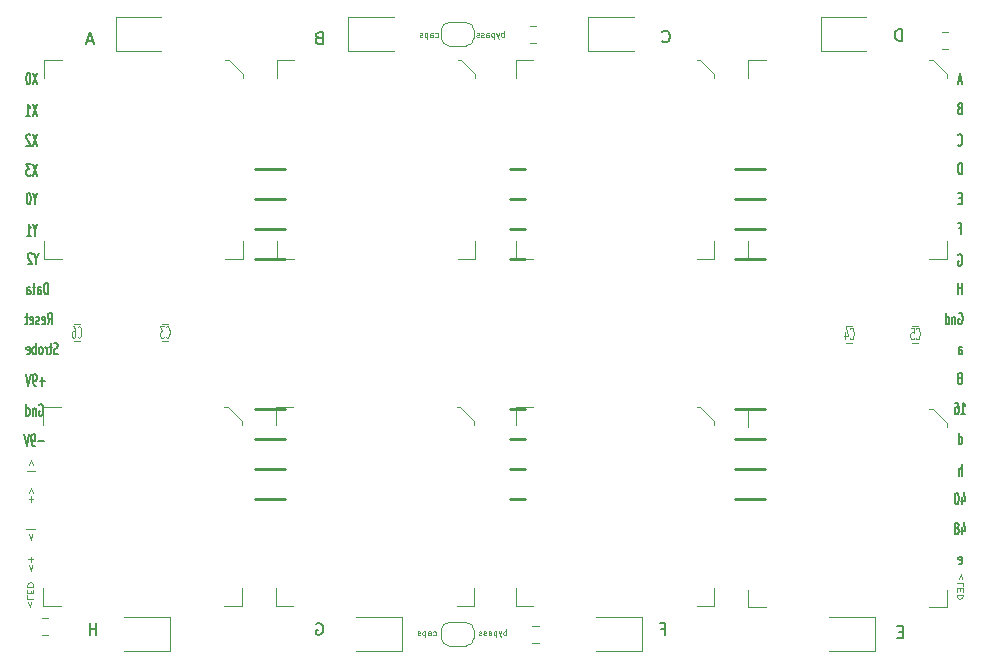
<source format=gbr>
%TF.GenerationSoftware,KiCad,Pcbnew,(5.1.9-0-10_14)*%
%TF.CreationDate,2021-04-15T22:22:18+08:00*%
%TF.ProjectId,MTMatrixRoundedAgain,4d544d61-7472-4697-9852-6f756e646564,rev?*%
%TF.SameCoordinates,Original*%
%TF.FileFunction,Legend,Bot*%
%TF.FilePolarity,Positive*%
%FSLAX46Y46*%
G04 Gerber Fmt 4.6, Leading zero omitted, Abs format (unit mm)*
G04 Created by KiCad (PCBNEW (5.1.9-0-10_14)) date 2021-04-15 22:22:18*
%MOMM*%
%LPD*%
G01*
G04 APERTURE LIST*
%ADD10C,0.125000*%
%ADD11C,0.150000*%
%ADD12C,0.254000*%
%ADD13C,0.120000*%
G04 APERTURE END LIST*
D10*
X148400916Y-92674244D02*
X148543773Y-92217101D01*
X148686630Y-92674244D01*
X148734249Y-93245673D02*
X148734249Y-92959959D01*
X148234249Y-92959959D01*
X148472344Y-93445673D02*
X148472344Y-93645673D01*
X148734249Y-93731387D02*
X148734249Y-93445673D01*
X148234249Y-93445673D01*
X148234249Y-93731387D01*
X148734249Y-93988530D02*
X148234249Y-93988530D01*
X148234249Y-94131387D01*
X148258059Y-94217101D01*
X148305678Y-94274244D01*
X148353297Y-94302816D01*
X148448535Y-94331387D01*
X148519963Y-94331387D01*
X148615201Y-94302816D01*
X148662820Y-94274244D01*
X148710439Y-94217101D01*
X148734249Y-94131387D01*
X148734249Y-93988530D01*
D11*
X148393773Y-91378720D02*
X148450916Y-91426339D01*
X148565201Y-91426339D01*
X148622344Y-91378720D01*
X148650916Y-91283482D01*
X148650916Y-90902530D01*
X148622344Y-90807292D01*
X148565201Y-90759673D01*
X148450916Y-90759673D01*
X148393773Y-90807292D01*
X148365201Y-90902530D01*
X148365201Y-90997768D01*
X148650916Y-91093006D01*
X148679487Y-88219673D02*
X148679487Y-88886339D01*
X148822344Y-87838720D02*
X148965201Y-88553006D01*
X148593773Y-88553006D01*
X148279487Y-88314911D02*
X148336630Y-88267292D01*
X148365201Y-88219673D01*
X148393773Y-88124435D01*
X148393773Y-88076816D01*
X148365201Y-87981578D01*
X148336630Y-87933959D01*
X148279487Y-87886339D01*
X148165201Y-87886339D01*
X148108059Y-87933959D01*
X148079487Y-87981578D01*
X148050916Y-88076816D01*
X148050916Y-88124435D01*
X148079487Y-88219673D01*
X148108059Y-88267292D01*
X148165201Y-88314911D01*
X148279487Y-88314911D01*
X148336630Y-88362530D01*
X148365201Y-88410149D01*
X148393773Y-88505387D01*
X148393773Y-88695863D01*
X148365201Y-88791101D01*
X148336630Y-88838720D01*
X148279487Y-88886339D01*
X148165201Y-88886339D01*
X148108059Y-88838720D01*
X148079487Y-88791101D01*
X148050916Y-88695863D01*
X148050916Y-88505387D01*
X148079487Y-88410149D01*
X148108059Y-88362530D01*
X148165201Y-88314911D01*
X148679487Y-85679673D02*
X148679487Y-86346339D01*
X148822344Y-85298720D02*
X148965201Y-86013006D01*
X148593773Y-86013006D01*
X148250916Y-85346339D02*
X148193773Y-85346339D01*
X148136630Y-85393959D01*
X148108059Y-85441578D01*
X148079487Y-85536816D01*
X148050916Y-85727292D01*
X148050916Y-85965387D01*
X148079487Y-86155863D01*
X148108059Y-86251101D01*
X148136630Y-86298720D01*
X148193773Y-86346339D01*
X148250916Y-86346339D01*
X148308059Y-86298720D01*
X148336630Y-86251101D01*
X148365201Y-86155863D01*
X148393773Y-85965387D01*
X148393773Y-85727292D01*
X148365201Y-85536816D01*
X148336630Y-85441578D01*
X148308059Y-85393959D01*
X148250916Y-85346339D01*
X148636630Y-83933339D02*
X148636630Y-82933339D01*
X148379487Y-83933339D02*
X148379487Y-83409530D01*
X148408059Y-83314292D01*
X148465201Y-83266673D01*
X148550916Y-83266673D01*
X148608059Y-83314292D01*
X148636630Y-83361911D01*
X148379487Y-81266339D02*
X148379487Y-80266339D01*
X148379487Y-81218720D02*
X148436630Y-81266339D01*
X148550916Y-81266339D01*
X148608059Y-81218720D01*
X148636630Y-81171101D01*
X148665201Y-81075863D01*
X148665201Y-80790149D01*
X148636630Y-80694911D01*
X148608059Y-80647292D01*
X148550916Y-80599673D01*
X148436630Y-80599673D01*
X148379487Y-80647292D01*
X148622344Y-78726339D02*
X148965201Y-78726339D01*
X148793773Y-78726339D02*
X148793773Y-77726339D01*
X148850916Y-77869197D01*
X148908059Y-77964435D01*
X148965201Y-78012054D01*
X148108059Y-77726339D02*
X148222344Y-77726339D01*
X148279487Y-77773959D01*
X148308059Y-77821578D01*
X148365201Y-77964435D01*
X148393773Y-78154911D01*
X148393773Y-78535863D01*
X148365201Y-78631101D01*
X148336630Y-78678720D01*
X148279487Y-78726339D01*
X148165201Y-78726339D01*
X148108059Y-78678720D01*
X148079487Y-78631101D01*
X148050916Y-78535863D01*
X148050916Y-78297768D01*
X148079487Y-78202530D01*
X148108059Y-78154911D01*
X148165201Y-78107292D01*
X148279487Y-78107292D01*
X148336630Y-78154911D01*
X148365201Y-78202530D01*
X148393773Y-78297768D01*
X148565201Y-75614911D02*
X148622344Y-75567292D01*
X148650916Y-75519673D01*
X148679487Y-75424435D01*
X148679487Y-75376816D01*
X148650916Y-75281578D01*
X148622344Y-75233959D01*
X148565201Y-75186339D01*
X148450916Y-75186339D01*
X148393773Y-75233959D01*
X148365201Y-75281578D01*
X148336630Y-75376816D01*
X148336630Y-75424435D01*
X148365201Y-75519673D01*
X148393773Y-75567292D01*
X148450916Y-75614911D01*
X148565201Y-75614911D01*
X148622344Y-75662530D01*
X148650916Y-75710149D01*
X148679487Y-75805387D01*
X148679487Y-75995863D01*
X148650916Y-76091101D01*
X148622344Y-76138720D01*
X148565201Y-76186339D01*
X148450916Y-76186339D01*
X148393773Y-76138720D01*
X148365201Y-76091101D01*
X148336630Y-75995863D01*
X148336630Y-75805387D01*
X148365201Y-75710149D01*
X148393773Y-75662530D01*
X148450916Y-75614911D01*
X148379487Y-73646339D02*
X148379487Y-73122530D01*
X148408059Y-73027292D01*
X148465201Y-72979673D01*
X148579487Y-72979673D01*
X148636630Y-73027292D01*
X148379487Y-73598720D02*
X148436630Y-73646339D01*
X148579487Y-73646339D01*
X148636630Y-73598720D01*
X148665201Y-73503482D01*
X148665201Y-73408244D01*
X148636630Y-73313006D01*
X148579487Y-73265387D01*
X148436630Y-73265387D01*
X148379487Y-73217768D01*
X148385773Y-70153959D02*
X148442916Y-70106339D01*
X148528630Y-70106339D01*
X148614344Y-70153959D01*
X148671487Y-70249197D01*
X148700059Y-70344435D01*
X148728630Y-70534911D01*
X148728630Y-70677768D01*
X148700059Y-70868244D01*
X148671487Y-70963482D01*
X148614344Y-71058720D01*
X148528630Y-71106339D01*
X148471487Y-71106339D01*
X148385773Y-71058720D01*
X148357201Y-71011101D01*
X148357201Y-70677768D01*
X148471487Y-70677768D01*
X148100059Y-70439673D02*
X148100059Y-71106339D01*
X148100059Y-70534911D02*
X148071487Y-70487292D01*
X148014344Y-70439673D01*
X147928630Y-70439673D01*
X147871487Y-70487292D01*
X147842916Y-70582530D01*
X147842916Y-71106339D01*
X147300059Y-71106339D02*
X147300059Y-70106339D01*
X147300059Y-71058720D02*
X147357201Y-71106339D01*
X147471487Y-71106339D01*
X147528630Y-71058720D01*
X147557201Y-71011101D01*
X147585773Y-70915863D01*
X147585773Y-70630149D01*
X147557201Y-70534911D01*
X147528630Y-70487292D01*
X147471487Y-70439673D01*
X147357201Y-70439673D01*
X147300059Y-70487292D01*
X148679487Y-68566339D02*
X148679487Y-67566339D01*
X148679487Y-68042530D02*
X148336630Y-68042530D01*
X148336630Y-68566339D02*
X148336630Y-67566339D01*
X148350916Y-65200959D02*
X148408059Y-65153339D01*
X148493773Y-65153339D01*
X148579487Y-65200959D01*
X148636630Y-65296197D01*
X148665201Y-65391435D01*
X148693773Y-65581911D01*
X148693773Y-65724768D01*
X148665201Y-65915244D01*
X148636630Y-66010482D01*
X148579487Y-66105720D01*
X148493773Y-66153339D01*
X148436630Y-66153339D01*
X148350916Y-66105720D01*
X148322344Y-66058101D01*
X148322344Y-65724768D01*
X148436630Y-65724768D01*
X148422344Y-62962530D02*
X148622344Y-62962530D01*
X148622344Y-63486339D02*
X148622344Y-62486339D01*
X148336630Y-62486339D01*
X148636630Y-60422530D02*
X148436630Y-60422530D01*
X148350916Y-60946339D02*
X148636630Y-60946339D01*
X148636630Y-59946339D01*
X148350916Y-59946339D01*
X148665201Y-58406339D02*
X148665201Y-57406339D01*
X148522344Y-57406339D01*
X148436630Y-57453959D01*
X148379487Y-57549197D01*
X148350916Y-57644435D01*
X148322344Y-57834911D01*
X148322344Y-57977768D01*
X148350916Y-58168244D01*
X148379487Y-58263482D01*
X148436630Y-58358720D01*
X148522344Y-58406339D01*
X148665201Y-58406339D01*
X148322344Y-55898101D02*
X148350916Y-55945720D01*
X148436630Y-55993339D01*
X148493773Y-55993339D01*
X148579487Y-55945720D01*
X148636630Y-55850482D01*
X148665201Y-55755244D01*
X148693773Y-55564768D01*
X148693773Y-55421911D01*
X148665201Y-55231435D01*
X148636630Y-55136197D01*
X148579487Y-55040959D01*
X148493773Y-54993339D01*
X148436630Y-54993339D01*
X148350916Y-55040959D01*
X148322344Y-55088578D01*
X148465201Y-52802530D02*
X148379487Y-52850149D01*
X148350916Y-52897768D01*
X148322344Y-52993006D01*
X148322344Y-53135863D01*
X148350916Y-53231101D01*
X148379487Y-53278720D01*
X148436630Y-53326339D01*
X148665201Y-53326339D01*
X148665201Y-52326339D01*
X148465201Y-52326339D01*
X148408059Y-52373959D01*
X148379487Y-52421578D01*
X148350916Y-52516816D01*
X148350916Y-52612054D01*
X148379487Y-52707292D01*
X148408059Y-52754911D01*
X148465201Y-52802530D01*
X148665201Y-52802530D01*
X148650916Y-50500625D02*
X148365201Y-50500625D01*
X148708059Y-50786339D02*
X148508059Y-49786339D01*
X148308059Y-50786339D01*
D10*
X69875201Y-94607673D02*
X69732344Y-95064816D01*
X69589487Y-94607673D01*
X69541868Y-94036244D02*
X69541868Y-94321959D01*
X70041868Y-94321959D01*
X69803773Y-93836244D02*
X69803773Y-93636244D01*
X69541868Y-93550530D02*
X69541868Y-93836244D01*
X70041868Y-93836244D01*
X70041868Y-93550530D01*
X69541868Y-93293387D02*
X70041868Y-93293387D01*
X70041868Y-93150530D01*
X70018059Y-93064816D01*
X69970439Y-93007673D01*
X69922820Y-92979101D01*
X69827582Y-92950530D01*
X69756154Y-92950530D01*
X69660916Y-92979101D01*
X69613297Y-93007673D01*
X69565678Y-93064816D01*
X69541868Y-93150530D01*
X69541868Y-93293387D01*
X69803773Y-90754959D02*
X69803773Y-91212101D01*
X69994249Y-90983530D02*
X69613297Y-90983530D01*
X69660916Y-91497816D02*
X69803773Y-91954959D01*
X69946630Y-91497816D01*
X70160916Y-88443530D02*
X69446630Y-88443530D01*
X69660916Y-88872101D02*
X69803773Y-89329244D01*
X69946630Y-88872101D01*
X69859344Y-86112959D02*
X69859344Y-85655816D01*
X69668868Y-85884387D02*
X70049820Y-85884387D01*
X70002201Y-85370101D02*
X69859344Y-84912959D01*
X69716487Y-85370101D01*
X69502201Y-83471387D02*
X70216487Y-83471387D01*
X70002201Y-83042816D02*
X69859344Y-82585673D01*
X69716487Y-83042816D01*
D11*
X70920487Y-81012387D02*
X70463344Y-81012387D01*
X70149059Y-81393339D02*
X70034773Y-81393339D01*
X69977630Y-81345720D01*
X69949059Y-81298101D01*
X69891916Y-81155244D01*
X69863344Y-80964768D01*
X69863344Y-80583816D01*
X69891916Y-80488578D01*
X69920487Y-80440959D01*
X69977630Y-80393339D01*
X70091916Y-80393339D01*
X70149059Y-80440959D01*
X70177630Y-80488578D01*
X70206201Y-80583816D01*
X70206201Y-80821911D01*
X70177630Y-80917149D01*
X70149059Y-80964768D01*
X70091916Y-81012387D01*
X69977630Y-81012387D01*
X69920487Y-80964768D01*
X69891916Y-80917149D01*
X69863344Y-80821911D01*
X69691916Y-80393339D02*
X69491916Y-81393339D01*
X69291916Y-80393339D01*
X70534773Y-77900959D02*
X70591916Y-77853339D01*
X70677630Y-77853339D01*
X70763344Y-77900959D01*
X70820487Y-77996197D01*
X70849059Y-78091435D01*
X70877630Y-78281911D01*
X70877630Y-78424768D01*
X70849059Y-78615244D01*
X70820487Y-78710482D01*
X70763344Y-78805720D01*
X70677630Y-78853339D01*
X70620487Y-78853339D01*
X70534773Y-78805720D01*
X70506201Y-78758101D01*
X70506201Y-78424768D01*
X70620487Y-78424768D01*
X70249059Y-78186673D02*
X70249059Y-78853339D01*
X70249059Y-78281911D02*
X70220487Y-78234292D01*
X70163344Y-78186673D01*
X70077630Y-78186673D01*
X70020487Y-78234292D01*
X69991916Y-78329530D01*
X69991916Y-78853339D01*
X69449059Y-78853339D02*
X69449059Y-77853339D01*
X69449059Y-78805720D02*
X69506201Y-78853339D01*
X69620487Y-78853339D01*
X69677630Y-78805720D01*
X69706201Y-78758101D01*
X69734773Y-78662863D01*
X69734773Y-78377149D01*
X69706201Y-78281911D01*
X69677630Y-78234292D01*
X69620487Y-78186673D01*
X69506201Y-78186673D01*
X69449059Y-78234292D01*
X71047487Y-75932387D02*
X70590344Y-75932387D01*
X70818916Y-76313339D02*
X70818916Y-75551435D01*
X70276059Y-76313339D02*
X70161773Y-76313339D01*
X70104630Y-76265720D01*
X70076059Y-76218101D01*
X70018916Y-76075244D01*
X69990344Y-75884768D01*
X69990344Y-75503816D01*
X70018916Y-75408578D01*
X70047487Y-75360959D01*
X70104630Y-75313339D01*
X70218916Y-75313339D01*
X70276059Y-75360959D01*
X70304630Y-75408578D01*
X70333201Y-75503816D01*
X70333201Y-75741911D01*
X70304630Y-75837149D01*
X70276059Y-75884768D01*
X70218916Y-75932387D01*
X70104630Y-75932387D01*
X70047487Y-75884768D01*
X70018916Y-75837149D01*
X69990344Y-75741911D01*
X69818916Y-75313339D02*
X69618916Y-76313339D01*
X69418916Y-75313339D01*
X72112630Y-73598720D02*
X72026916Y-73646339D01*
X71884059Y-73646339D01*
X71826916Y-73598720D01*
X71798344Y-73551101D01*
X71769773Y-73455863D01*
X71769773Y-73360625D01*
X71798344Y-73265387D01*
X71826916Y-73217768D01*
X71884059Y-73170149D01*
X71998344Y-73122530D01*
X72055487Y-73074911D01*
X72084059Y-73027292D01*
X72112630Y-72932054D01*
X72112630Y-72836816D01*
X72084059Y-72741578D01*
X72055487Y-72693959D01*
X71998344Y-72646339D01*
X71855487Y-72646339D01*
X71769773Y-72693959D01*
X71598344Y-72979673D02*
X71369773Y-72979673D01*
X71512630Y-72646339D02*
X71512630Y-73503482D01*
X71484059Y-73598720D01*
X71426916Y-73646339D01*
X71369773Y-73646339D01*
X71169773Y-73646339D02*
X71169773Y-72979673D01*
X71169773Y-73170149D02*
X71141201Y-73074911D01*
X71112630Y-73027292D01*
X71055487Y-72979673D01*
X70998344Y-72979673D01*
X70712630Y-73646339D02*
X70769773Y-73598720D01*
X70798344Y-73551101D01*
X70826916Y-73455863D01*
X70826916Y-73170149D01*
X70798344Y-73074911D01*
X70769773Y-73027292D01*
X70712630Y-72979673D01*
X70626916Y-72979673D01*
X70569773Y-73027292D01*
X70541201Y-73074911D01*
X70512630Y-73170149D01*
X70512630Y-73455863D01*
X70541201Y-73551101D01*
X70569773Y-73598720D01*
X70626916Y-73646339D01*
X70712630Y-73646339D01*
X70255487Y-73646339D02*
X70255487Y-72646339D01*
X70255487Y-73027292D02*
X70198344Y-72979673D01*
X70084059Y-72979673D01*
X70026916Y-73027292D01*
X69998344Y-73074911D01*
X69969773Y-73170149D01*
X69969773Y-73455863D01*
X69998344Y-73551101D01*
X70026916Y-73598720D01*
X70084059Y-73646339D01*
X70198344Y-73646339D01*
X70255487Y-73598720D01*
X69484059Y-73598720D02*
X69541201Y-73646339D01*
X69655487Y-73646339D01*
X69712630Y-73598720D01*
X69741201Y-73503482D01*
X69741201Y-73122530D01*
X69712630Y-73027292D01*
X69655487Y-72979673D01*
X69541201Y-72979673D01*
X69484059Y-73027292D01*
X69455487Y-73122530D01*
X69455487Y-73217768D01*
X69741201Y-73313006D01*
X71272916Y-71106339D02*
X71472916Y-70630149D01*
X71615773Y-71106339D02*
X71615773Y-70106339D01*
X71387201Y-70106339D01*
X71330059Y-70153959D01*
X71301487Y-70201578D01*
X71272916Y-70296816D01*
X71272916Y-70439673D01*
X71301487Y-70534911D01*
X71330059Y-70582530D01*
X71387201Y-70630149D01*
X71615773Y-70630149D01*
X70787201Y-71058720D02*
X70844344Y-71106339D01*
X70958630Y-71106339D01*
X71015773Y-71058720D01*
X71044344Y-70963482D01*
X71044344Y-70582530D01*
X71015773Y-70487292D01*
X70958630Y-70439673D01*
X70844344Y-70439673D01*
X70787201Y-70487292D01*
X70758630Y-70582530D01*
X70758630Y-70677768D01*
X71044344Y-70773006D01*
X70530059Y-71058720D02*
X70472916Y-71106339D01*
X70358630Y-71106339D01*
X70301487Y-71058720D01*
X70272916Y-70963482D01*
X70272916Y-70915863D01*
X70301487Y-70820625D01*
X70358630Y-70773006D01*
X70444344Y-70773006D01*
X70501487Y-70725387D01*
X70530059Y-70630149D01*
X70530059Y-70582530D01*
X70501487Y-70487292D01*
X70444344Y-70439673D01*
X70358630Y-70439673D01*
X70301487Y-70487292D01*
X69787201Y-71058720D02*
X69844344Y-71106339D01*
X69958630Y-71106339D01*
X70015773Y-71058720D01*
X70044344Y-70963482D01*
X70044344Y-70582530D01*
X70015773Y-70487292D01*
X69958630Y-70439673D01*
X69844344Y-70439673D01*
X69787201Y-70487292D01*
X69758630Y-70582530D01*
X69758630Y-70677768D01*
X70044344Y-70773006D01*
X69587201Y-70439673D02*
X69358630Y-70439673D01*
X69501487Y-70106339D02*
X69501487Y-70963482D01*
X69472916Y-71058720D01*
X69415773Y-71106339D01*
X69358630Y-71106339D01*
X71274487Y-68566339D02*
X71274487Y-67566339D01*
X71131630Y-67566339D01*
X71045916Y-67613959D01*
X70988773Y-67709197D01*
X70960201Y-67804435D01*
X70931630Y-67994911D01*
X70931630Y-68137768D01*
X70960201Y-68328244D01*
X70988773Y-68423482D01*
X71045916Y-68518720D01*
X71131630Y-68566339D01*
X71274487Y-68566339D01*
X70417344Y-68566339D02*
X70417344Y-68042530D01*
X70445916Y-67947292D01*
X70503059Y-67899673D01*
X70617344Y-67899673D01*
X70674487Y-67947292D01*
X70417344Y-68518720D02*
X70474487Y-68566339D01*
X70617344Y-68566339D01*
X70674487Y-68518720D01*
X70703059Y-68423482D01*
X70703059Y-68328244D01*
X70674487Y-68233006D01*
X70617344Y-68185387D01*
X70474487Y-68185387D01*
X70417344Y-68137768D01*
X70217344Y-67899673D02*
X69988773Y-67899673D01*
X70131630Y-67566339D02*
X70131630Y-68423482D01*
X70103059Y-68518720D01*
X70045916Y-68566339D01*
X69988773Y-68566339D01*
X69531630Y-68566339D02*
X69531630Y-68042530D01*
X69560201Y-67947292D01*
X69617344Y-67899673D01*
X69731630Y-67899673D01*
X69788773Y-67947292D01*
X69531630Y-68518720D02*
X69588773Y-68566339D01*
X69731630Y-68566339D01*
X69788773Y-68518720D01*
X69817344Y-68423482D01*
X69817344Y-68328244D01*
X69788773Y-68233006D01*
X69731630Y-68185387D01*
X69588773Y-68185387D01*
X69531630Y-68137768D01*
X70307773Y-65550149D02*
X70307773Y-66026339D01*
X70507773Y-65026339D02*
X70307773Y-65550149D01*
X70107773Y-65026339D01*
X69936344Y-65121578D02*
X69907773Y-65073959D01*
X69850630Y-65026339D01*
X69707773Y-65026339D01*
X69650630Y-65073959D01*
X69622059Y-65121578D01*
X69593487Y-65216816D01*
X69593487Y-65312054D01*
X69622059Y-65454911D01*
X69964916Y-66026339D01*
X69593487Y-66026339D01*
X70180773Y-63137149D02*
X70180773Y-63613339D01*
X70380773Y-62613339D02*
X70180773Y-63137149D01*
X69980773Y-62613339D01*
X69466487Y-63613339D02*
X69809344Y-63613339D01*
X69637916Y-63613339D02*
X69637916Y-62613339D01*
X69695059Y-62756197D01*
X69752201Y-62851435D01*
X69809344Y-62899054D01*
X70180773Y-60470149D02*
X70180773Y-60946339D01*
X70380773Y-59946339D02*
X70180773Y-60470149D01*
X69980773Y-59946339D01*
X69666487Y-59946339D02*
X69609344Y-59946339D01*
X69552201Y-59993959D01*
X69523630Y-60041578D01*
X69495059Y-60136816D01*
X69466487Y-60327292D01*
X69466487Y-60565387D01*
X69495059Y-60755863D01*
X69523630Y-60851101D01*
X69552201Y-60898720D01*
X69609344Y-60946339D01*
X69666487Y-60946339D01*
X69723630Y-60898720D01*
X69752201Y-60851101D01*
X69780773Y-60755863D01*
X69809344Y-60565387D01*
X69809344Y-60327292D01*
X69780773Y-60136816D01*
X69752201Y-60041578D01*
X69723630Y-59993959D01*
X69666487Y-59946339D01*
X70380773Y-57533339D02*
X69980773Y-58533339D01*
X69980773Y-57533339D02*
X70380773Y-58533339D01*
X69809344Y-57533339D02*
X69437916Y-57533339D01*
X69637916Y-57914292D01*
X69552201Y-57914292D01*
X69495059Y-57961911D01*
X69466487Y-58009530D01*
X69437916Y-58104768D01*
X69437916Y-58342863D01*
X69466487Y-58438101D01*
X69495059Y-58485720D01*
X69552201Y-58533339D01*
X69723630Y-58533339D01*
X69780773Y-58485720D01*
X69809344Y-58438101D01*
X70380773Y-54993339D02*
X69980773Y-55993339D01*
X69980773Y-54993339D02*
X70380773Y-55993339D01*
X69780773Y-55088578D02*
X69752201Y-55040959D01*
X69695059Y-54993339D01*
X69552201Y-54993339D01*
X69495059Y-55040959D01*
X69466487Y-55088578D01*
X69437916Y-55183816D01*
X69437916Y-55279054D01*
X69466487Y-55421911D01*
X69809344Y-55993339D01*
X69437916Y-55993339D01*
X70380773Y-52453339D02*
X69980773Y-53453339D01*
X69980773Y-52453339D02*
X70380773Y-53453339D01*
X69437916Y-53453339D02*
X69780773Y-53453339D01*
X69609344Y-53453339D02*
X69609344Y-52453339D01*
X69666487Y-52596197D01*
X69723630Y-52691435D01*
X69780773Y-52739054D01*
X70380773Y-49786339D02*
X69980773Y-50786339D01*
X69980773Y-49786339D02*
X70380773Y-50786339D01*
X69637916Y-49786339D02*
X69580773Y-49786339D01*
X69523630Y-49833959D01*
X69495059Y-49881578D01*
X69466487Y-49976816D01*
X69437916Y-50167292D01*
X69437916Y-50405387D01*
X69466487Y-50595863D01*
X69495059Y-50691101D01*
X69523630Y-50738720D01*
X69580773Y-50786339D01*
X69637916Y-50786339D01*
X69695059Y-50738720D01*
X69723630Y-50691101D01*
X69752201Y-50595863D01*
X69780773Y-50405387D01*
X69780773Y-50167292D01*
X69752201Y-49976816D01*
X69723630Y-49881578D01*
X69695059Y-49833959D01*
X69637916Y-49786339D01*
D12*
%TO.C,J3*%
X129458059Y-63033959D02*
X131998059Y-63033959D01*
X129458059Y-80813959D02*
X131998059Y-80813959D01*
X129458059Y-65573959D02*
X131998059Y-65573959D01*
X129458059Y-60493959D02*
X131998059Y-60493959D01*
X129458059Y-57953959D02*
X131998059Y-57953959D01*
X129458059Y-78273959D02*
X131998059Y-78273959D01*
X129458059Y-83353959D02*
X131998059Y-83353959D01*
X129458059Y-85893959D02*
X131998059Y-85893959D01*
X88818059Y-63033959D02*
X91358059Y-63033959D01*
X88818059Y-80813959D02*
X91358059Y-80813959D01*
X88818059Y-65573959D02*
X91358059Y-65573959D01*
X88818059Y-60493959D02*
X91358059Y-60493959D01*
X88818059Y-57953959D02*
X91358059Y-57953959D01*
X88818059Y-78273959D02*
X91358059Y-78273959D01*
X88818059Y-83353959D02*
X91358059Y-83353959D01*
X88818059Y-85893959D02*
X91358059Y-85893959D01*
X110408059Y-63033959D02*
X111678059Y-63033959D01*
X110408059Y-80813959D02*
X111678059Y-80813959D01*
X110408059Y-65573959D02*
X111678059Y-65573959D01*
X110408059Y-60493959D02*
X111678059Y-60493959D01*
X110408059Y-57953959D02*
X111678059Y-57953959D01*
X110408059Y-78273959D02*
X111678059Y-78273959D01*
X110408059Y-83353959D02*
X111678059Y-83353959D01*
X110408059Y-85893959D02*
X111678059Y-85893959D01*
D13*
%TO.C,R2*%
X70776807Y-97398959D02*
X71299311Y-97398959D01*
X70776807Y-95978959D02*
X71299311Y-95978959D01*
%TO.C,R1*%
X147499311Y-46321959D02*
X146976807Y-46321959D01*
X147499311Y-47741959D02*
X146976807Y-47741959D01*
%TO.C,bypass         caps*%
X107363059Y-97623959D02*
X107363059Y-97023959D01*
X105263059Y-98323959D02*
X106663059Y-98323959D01*
X104563059Y-97023959D02*
X104563059Y-97623959D01*
X106663059Y-96323959D02*
X105263059Y-96323959D01*
X107363059Y-97023959D02*
G75*
G03*
X106663059Y-96323959I-700000J0D01*
G01*
X106663059Y-98323959D02*
G75*
G03*
X107363059Y-97623959I0J700000D01*
G01*
X104563059Y-97623959D02*
G75*
G03*
X105263059Y-98323959I700000J0D01*
G01*
X105263059Y-96323959D02*
G75*
G03*
X104563059Y-97023959I0J-700000D01*
G01*
%TO.C,bypass        caps*%
X107363059Y-46823959D02*
X107363059Y-46223959D01*
X105263059Y-47523959D02*
X106663059Y-47523959D01*
X104563059Y-46223959D02*
X104563059Y-46823959D01*
X106663059Y-45523959D02*
X105263059Y-45523959D01*
X107363059Y-46223959D02*
G75*
G03*
X106663059Y-45523959I-700000J0D01*
G01*
X106663059Y-47523959D02*
G75*
G03*
X107363059Y-46823959I0J700000D01*
G01*
X104563059Y-46823959D02*
G75*
G03*
X105263059Y-47523959I700000J0D01*
G01*
X105263059Y-45523959D02*
G75*
G03*
X104563059Y-46223959I0J-700000D01*
G01*
%TO.C,H*%
X72383059Y-78125859D02*
X70889959Y-78125859D01*
X70889959Y-78125859D02*
X70889959Y-79618959D01*
X86203059Y-94932059D02*
X87696159Y-94932059D01*
X87696159Y-94932059D02*
X87696159Y-93438959D01*
X72383059Y-94932059D02*
X70889959Y-94932059D01*
X70889959Y-94932059D02*
X70889959Y-93438959D01*
X86203059Y-78125859D02*
X86520941Y-78125859D01*
X86520941Y-78125859D02*
X87696159Y-79301077D01*
X87696159Y-79301077D02*
X87696159Y-79618959D01*
%TO.C,G*%
X92068059Y-78125859D02*
X90574959Y-78125859D01*
X90574959Y-78125859D02*
X90574959Y-79618959D01*
X105888059Y-94932059D02*
X107381159Y-94932059D01*
X107381159Y-94932059D02*
X107381159Y-93438959D01*
X92068059Y-94932059D02*
X90574959Y-94932059D01*
X90574959Y-94932059D02*
X90574959Y-93438959D01*
X105888059Y-78125859D02*
X106205941Y-78125859D01*
X106205941Y-78125859D02*
X107381159Y-79301077D01*
X107381159Y-79301077D02*
X107381159Y-79618959D01*
%TO.C,F*%
X112388059Y-78125859D02*
X110894959Y-78125859D01*
X110894959Y-78125859D02*
X110894959Y-79618959D01*
X126208059Y-94932059D02*
X127701159Y-94932059D01*
X127701159Y-94932059D02*
X127701159Y-93438959D01*
X112388059Y-94932059D02*
X110894959Y-94932059D01*
X110894959Y-94932059D02*
X110894959Y-93438959D01*
X126208059Y-78125859D02*
X126525941Y-78125859D01*
X126525941Y-78125859D02*
X127701159Y-79301077D01*
X127701159Y-79301077D02*
X127701159Y-79618959D01*
%TO.C,E*%
X132073059Y-78252859D02*
X130579959Y-78252859D01*
X130579959Y-78252859D02*
X130579959Y-79745959D01*
X145893059Y-95059059D02*
X147386159Y-95059059D01*
X147386159Y-95059059D02*
X147386159Y-93565959D01*
X132073059Y-95059059D02*
X130579959Y-95059059D01*
X130579959Y-95059059D02*
X130579959Y-93565959D01*
X145893059Y-78252859D02*
X146210941Y-78252859D01*
X146210941Y-78252859D02*
X147386159Y-79428077D01*
X147386159Y-79428077D02*
X147386159Y-79745959D01*
%TO.C,D8*%
X137383059Y-95863959D02*
X141268059Y-95863959D01*
X141268059Y-95863959D02*
X141268059Y-98783959D01*
X141268059Y-98783959D02*
X137383059Y-98783959D01*
%TO.C,D7*%
X77693059Y-95863959D02*
X81578059Y-95863959D01*
X81578059Y-95863959D02*
X81578059Y-98783959D01*
X81578059Y-98783959D02*
X77693059Y-98783959D01*
%TO.C,D6*%
X97378059Y-95863959D02*
X101263059Y-95863959D01*
X101263059Y-95863959D02*
X101263059Y-98783959D01*
X101263059Y-98783959D02*
X97378059Y-98783959D01*
%TO.C,D5*%
X117698059Y-95863959D02*
X121583059Y-95863959D01*
X121583059Y-95863959D02*
X121583059Y-98783959D01*
X121583059Y-98783959D02*
X117698059Y-98783959D01*
%TO.C,D4*%
X100578059Y-47983959D02*
X96693059Y-47983959D01*
X96693059Y-47983959D02*
X96693059Y-45063959D01*
X96693059Y-45063959D02*
X100578059Y-45063959D01*
%TO.C,D3*%
X140583059Y-47983959D02*
X136698059Y-47983959D01*
X136698059Y-47983959D02*
X136698059Y-45063959D01*
X136698059Y-45063959D02*
X140583059Y-45063959D01*
%TO.C,D2*%
X120898059Y-47983959D02*
X117013059Y-47983959D01*
X117013059Y-47983959D02*
X117013059Y-45063959D01*
X117013059Y-45063959D02*
X120898059Y-45063959D01*
%TO.C,D1*%
X80893059Y-47983959D02*
X77008059Y-47983959D01*
X77008059Y-47983959D02*
X77008059Y-45063959D01*
X77008059Y-45063959D02*
X80893059Y-45063959D01*
%TO.C,D*%
X132073059Y-48746900D02*
X130579959Y-48746900D01*
X130579959Y-48746900D02*
X130579959Y-50240000D01*
X145893059Y-65553100D02*
X147386159Y-65553100D01*
X147386159Y-65553100D02*
X147386159Y-64060000D01*
X132073059Y-65553100D02*
X130579959Y-65553100D01*
X130579959Y-65553100D02*
X130579959Y-64060000D01*
X145893059Y-48746900D02*
X146210941Y-48746900D01*
X146210941Y-48746900D02*
X147386159Y-49922118D01*
X147386159Y-49922118D02*
X147386159Y-50240000D01*
%TO.C,C6*%
X73443807Y-72506959D02*
X73966311Y-72506959D01*
X73443807Y-71086959D02*
X73966311Y-71086959D01*
%TO.C,C5*%
X144968311Y-71213959D02*
X144445807Y-71213959D01*
X144968311Y-72633959D02*
X144445807Y-72633959D01*
%TO.C,C4*%
X138848807Y-72633959D02*
X139371311Y-72633959D01*
X138848807Y-71213959D02*
X139371311Y-71213959D01*
%TO.C,C3*%
X80927807Y-72506959D02*
X81450311Y-72506959D01*
X80927807Y-71086959D02*
X81450311Y-71086959D01*
%TO.C,C2*%
X112819311Y-96613959D02*
X112296807Y-96613959D01*
X112819311Y-98033959D02*
X112296807Y-98033959D01*
%TO.C,C1*%
X112574311Y-45813959D02*
X112051807Y-45813959D01*
X112574311Y-47233959D02*
X112051807Y-47233959D01*
%TO.C,C*%
X112388059Y-48746900D02*
X110894959Y-48746900D01*
X110894959Y-48746900D02*
X110894959Y-50240000D01*
X126208059Y-65553100D02*
X127701159Y-65553100D01*
X127701159Y-65553100D02*
X127701159Y-64060000D01*
X112388059Y-65553100D02*
X110894959Y-65553100D01*
X110894959Y-65553100D02*
X110894959Y-64060000D01*
X126208059Y-48746900D02*
X126525941Y-48746900D01*
X126525941Y-48746900D02*
X127701159Y-49922118D01*
X127701159Y-49922118D02*
X127701159Y-50240000D01*
%TO.C,B*%
X92150000Y-48746900D02*
X90656900Y-48746900D01*
X90656900Y-48746900D02*
X90656900Y-50240000D01*
X105970000Y-65553100D02*
X107463100Y-65553100D01*
X107463100Y-65553100D02*
X107463100Y-64060000D01*
X92150000Y-65553100D02*
X90656900Y-65553100D01*
X90656900Y-65553100D02*
X90656900Y-64060000D01*
X105970000Y-48746900D02*
X106287882Y-48746900D01*
X106287882Y-48746900D02*
X107463100Y-49922118D01*
X107463100Y-49922118D02*
X107463100Y-50240000D01*
%TO.C,A*%
X72465000Y-48746900D02*
X70971900Y-48746900D01*
X70971900Y-48746900D02*
X70971900Y-50240000D01*
X86285000Y-65553100D02*
X87778100Y-65553100D01*
X87778100Y-65553100D02*
X87778100Y-64060000D01*
X72465000Y-65553100D02*
X70971900Y-65553100D01*
X70971900Y-65553100D02*
X70971900Y-64060000D01*
X86285000Y-48746900D02*
X86602882Y-48746900D01*
X86602882Y-48746900D02*
X87778100Y-49922118D01*
X87778100Y-49922118D02*
X87778100Y-50240000D01*
%TO.C,bypass         caps*%
D10*
X110082154Y-97423149D02*
X110082154Y-96923149D01*
X110082154Y-97113625D02*
X110034535Y-97089816D01*
X109939297Y-97089816D01*
X109891678Y-97113625D01*
X109867868Y-97137435D01*
X109844059Y-97185054D01*
X109844059Y-97327911D01*
X109867868Y-97375530D01*
X109891678Y-97399339D01*
X109939297Y-97423149D01*
X110034535Y-97423149D01*
X110082154Y-97399339D01*
X109677392Y-97089816D02*
X109558344Y-97423149D01*
X109439297Y-97089816D02*
X109558344Y-97423149D01*
X109605963Y-97542197D01*
X109629773Y-97566006D01*
X109677392Y-97589816D01*
X109248820Y-97089816D02*
X109248820Y-97589816D01*
X109248820Y-97113625D02*
X109201201Y-97089816D01*
X109105963Y-97089816D01*
X109058344Y-97113625D01*
X109034535Y-97137435D01*
X109010725Y-97185054D01*
X109010725Y-97327911D01*
X109034535Y-97375530D01*
X109058344Y-97399339D01*
X109105963Y-97423149D01*
X109201201Y-97423149D01*
X109248820Y-97399339D01*
X108582154Y-97423149D02*
X108582154Y-97161244D01*
X108605963Y-97113625D01*
X108653582Y-97089816D01*
X108748820Y-97089816D01*
X108796439Y-97113625D01*
X108582154Y-97399339D02*
X108629773Y-97423149D01*
X108748820Y-97423149D01*
X108796439Y-97399339D01*
X108820249Y-97351720D01*
X108820249Y-97304101D01*
X108796439Y-97256482D01*
X108748820Y-97232673D01*
X108629773Y-97232673D01*
X108582154Y-97208863D01*
X108367868Y-97399339D02*
X108320249Y-97423149D01*
X108225011Y-97423149D01*
X108177392Y-97399339D01*
X108153582Y-97351720D01*
X108153582Y-97327911D01*
X108177392Y-97280292D01*
X108225011Y-97256482D01*
X108296439Y-97256482D01*
X108344059Y-97232673D01*
X108367868Y-97185054D01*
X108367868Y-97161244D01*
X108344059Y-97113625D01*
X108296439Y-97089816D01*
X108225011Y-97089816D01*
X108177392Y-97113625D01*
X107963106Y-97399339D02*
X107915487Y-97423149D01*
X107820249Y-97423149D01*
X107772630Y-97399339D01*
X107748820Y-97351720D01*
X107748820Y-97327911D01*
X107772630Y-97280292D01*
X107820249Y-97256482D01*
X107891678Y-97256482D01*
X107939297Y-97232673D01*
X107963106Y-97185054D01*
X107963106Y-97161244D01*
X107939297Y-97113625D01*
X107891678Y-97089816D01*
X107820249Y-97089816D01*
X107772630Y-97113625D01*
X103891678Y-97399339D02*
X103939297Y-97423149D01*
X104034535Y-97423149D01*
X104082154Y-97399339D01*
X104105963Y-97375530D01*
X104129773Y-97327911D01*
X104129773Y-97185054D01*
X104105963Y-97137435D01*
X104082154Y-97113625D01*
X104034535Y-97089816D01*
X103939297Y-97089816D01*
X103891678Y-97113625D01*
X103463106Y-97423149D02*
X103463106Y-97161244D01*
X103486916Y-97113625D01*
X103534535Y-97089816D01*
X103629773Y-97089816D01*
X103677392Y-97113625D01*
X103463106Y-97399339D02*
X103510725Y-97423149D01*
X103629773Y-97423149D01*
X103677392Y-97399339D01*
X103701201Y-97351720D01*
X103701201Y-97304101D01*
X103677392Y-97256482D01*
X103629773Y-97232673D01*
X103510725Y-97232673D01*
X103463106Y-97208863D01*
X103225011Y-97089816D02*
X103225011Y-97589816D01*
X103225011Y-97113625D02*
X103177392Y-97089816D01*
X103082154Y-97089816D01*
X103034535Y-97113625D01*
X103010725Y-97137435D01*
X102986916Y-97185054D01*
X102986916Y-97327911D01*
X103010725Y-97375530D01*
X103034535Y-97399339D01*
X103082154Y-97423149D01*
X103177392Y-97423149D01*
X103225011Y-97399339D01*
X102796439Y-97399339D02*
X102748820Y-97423149D01*
X102653582Y-97423149D01*
X102605963Y-97399339D01*
X102582154Y-97351720D01*
X102582154Y-97327911D01*
X102605963Y-97280292D01*
X102653582Y-97256482D01*
X102725011Y-97256482D01*
X102772630Y-97232673D01*
X102796439Y-97185054D01*
X102796439Y-97161244D01*
X102772630Y-97113625D01*
X102725011Y-97089816D01*
X102653582Y-97089816D01*
X102605963Y-97113625D01*
%TO.C,bypass        caps*%
X109891678Y-46750149D02*
X109891678Y-46250149D01*
X109891678Y-46440625D02*
X109844059Y-46416816D01*
X109748820Y-46416816D01*
X109701201Y-46440625D01*
X109677392Y-46464435D01*
X109653582Y-46512054D01*
X109653582Y-46654911D01*
X109677392Y-46702530D01*
X109701201Y-46726339D01*
X109748820Y-46750149D01*
X109844059Y-46750149D01*
X109891678Y-46726339D01*
X109486916Y-46416816D02*
X109367868Y-46750149D01*
X109248820Y-46416816D02*
X109367868Y-46750149D01*
X109415487Y-46869197D01*
X109439297Y-46893006D01*
X109486916Y-46916816D01*
X109058344Y-46416816D02*
X109058344Y-46916816D01*
X109058344Y-46440625D02*
X109010725Y-46416816D01*
X108915487Y-46416816D01*
X108867868Y-46440625D01*
X108844059Y-46464435D01*
X108820249Y-46512054D01*
X108820249Y-46654911D01*
X108844059Y-46702530D01*
X108867868Y-46726339D01*
X108915487Y-46750149D01*
X109010725Y-46750149D01*
X109058344Y-46726339D01*
X108391678Y-46750149D02*
X108391678Y-46488244D01*
X108415487Y-46440625D01*
X108463106Y-46416816D01*
X108558344Y-46416816D01*
X108605963Y-46440625D01*
X108391678Y-46726339D02*
X108439297Y-46750149D01*
X108558344Y-46750149D01*
X108605963Y-46726339D01*
X108629773Y-46678720D01*
X108629773Y-46631101D01*
X108605963Y-46583482D01*
X108558344Y-46559673D01*
X108439297Y-46559673D01*
X108391678Y-46535863D01*
X108177392Y-46726339D02*
X108129773Y-46750149D01*
X108034535Y-46750149D01*
X107986916Y-46726339D01*
X107963106Y-46678720D01*
X107963106Y-46654911D01*
X107986916Y-46607292D01*
X108034535Y-46583482D01*
X108105963Y-46583482D01*
X108153582Y-46559673D01*
X108177392Y-46512054D01*
X108177392Y-46488244D01*
X108153582Y-46440625D01*
X108105963Y-46416816D01*
X108034535Y-46416816D01*
X107986916Y-46440625D01*
X107772630Y-46726339D02*
X107725011Y-46750149D01*
X107629773Y-46750149D01*
X107582154Y-46726339D01*
X107558344Y-46678720D01*
X107558344Y-46654911D01*
X107582154Y-46607292D01*
X107629773Y-46583482D01*
X107701201Y-46583482D01*
X107748820Y-46559673D01*
X107772630Y-46512054D01*
X107772630Y-46488244D01*
X107748820Y-46440625D01*
X107701201Y-46416816D01*
X107629773Y-46416816D01*
X107582154Y-46440625D01*
X104082154Y-46726339D02*
X104129773Y-46750149D01*
X104225011Y-46750149D01*
X104272630Y-46726339D01*
X104296439Y-46702530D01*
X104320249Y-46654911D01*
X104320249Y-46512054D01*
X104296439Y-46464435D01*
X104272630Y-46440625D01*
X104225011Y-46416816D01*
X104129773Y-46416816D01*
X104082154Y-46440625D01*
X103653582Y-46750149D02*
X103653582Y-46488244D01*
X103677392Y-46440625D01*
X103725011Y-46416816D01*
X103820249Y-46416816D01*
X103867868Y-46440625D01*
X103653582Y-46726339D02*
X103701201Y-46750149D01*
X103820249Y-46750149D01*
X103867868Y-46726339D01*
X103891678Y-46678720D01*
X103891678Y-46631101D01*
X103867868Y-46583482D01*
X103820249Y-46559673D01*
X103701201Y-46559673D01*
X103653582Y-46535863D01*
X103415487Y-46416816D02*
X103415487Y-46916816D01*
X103415487Y-46440625D02*
X103367868Y-46416816D01*
X103272630Y-46416816D01*
X103225011Y-46440625D01*
X103201201Y-46464435D01*
X103177392Y-46512054D01*
X103177392Y-46654911D01*
X103201201Y-46702530D01*
X103225011Y-46726339D01*
X103272630Y-46750149D01*
X103367868Y-46750149D01*
X103415487Y-46726339D01*
X102986916Y-46726339D02*
X102939297Y-46750149D01*
X102844059Y-46750149D01*
X102796439Y-46726339D01*
X102772630Y-46678720D01*
X102772630Y-46654911D01*
X102796439Y-46607292D01*
X102844059Y-46583482D01*
X102915487Y-46583482D01*
X102963106Y-46559673D01*
X102986916Y-46512054D01*
X102986916Y-46488244D01*
X102963106Y-46440625D01*
X102915487Y-46416816D01*
X102844059Y-46416816D01*
X102796439Y-46440625D01*
%TO.C,H*%
D11*
X75387773Y-97395339D02*
X75387773Y-96395339D01*
X75387773Y-96871530D02*
X74816344Y-96871530D01*
X74816344Y-97395339D02*
X74816344Y-96395339D01*
%TO.C,G*%
X94017154Y-96442959D02*
X94112392Y-96395339D01*
X94255249Y-96395339D01*
X94398106Y-96442959D01*
X94493344Y-96538197D01*
X94540963Y-96633435D01*
X94588582Y-96823911D01*
X94588582Y-96966768D01*
X94540963Y-97157244D01*
X94493344Y-97252482D01*
X94398106Y-97347720D01*
X94255249Y-97395339D01*
X94160011Y-97395339D01*
X94017154Y-97347720D01*
X93969535Y-97300101D01*
X93969535Y-96966768D01*
X94160011Y-96966768D01*
%TO.C,F*%
X123219201Y-96871530D02*
X123552535Y-96871530D01*
X123552535Y-97395339D02*
X123552535Y-96395339D01*
X123076344Y-96395339D01*
%TO.C,E*%
X143642344Y-97125530D02*
X143309011Y-97125530D01*
X143166154Y-97649339D02*
X143642344Y-97649339D01*
X143642344Y-96649339D01*
X143166154Y-96649339D01*
%TO.C,D*%
X143562963Y-47103339D02*
X143562963Y-46103339D01*
X143324868Y-46103339D01*
X143182011Y-46150959D01*
X143086773Y-46246197D01*
X143039154Y-46341435D01*
X142991535Y-46531911D01*
X142991535Y-46674768D01*
X143039154Y-46865244D01*
X143086773Y-46960482D01*
X143182011Y-47055720D01*
X143324868Y-47103339D01*
X143562963Y-47103339D01*
%TO.C,C6*%
D10*
X73788392Y-72154101D02*
X73812201Y-72201720D01*
X73883630Y-72249339D01*
X73931249Y-72249339D01*
X74002678Y-72201720D01*
X74050297Y-72106482D01*
X74074106Y-72011244D01*
X74097916Y-71820768D01*
X74097916Y-71677911D01*
X74074106Y-71487435D01*
X74050297Y-71392197D01*
X74002678Y-71296959D01*
X73931249Y-71249339D01*
X73883630Y-71249339D01*
X73812201Y-71296959D01*
X73788392Y-71344578D01*
X73359820Y-71249339D02*
X73455059Y-71249339D01*
X73502678Y-71296959D01*
X73526487Y-71344578D01*
X73574106Y-71487435D01*
X73597916Y-71677911D01*
X73597916Y-72058863D01*
X73574106Y-72154101D01*
X73550297Y-72201720D01*
X73502678Y-72249339D01*
X73407439Y-72249339D01*
X73359820Y-72201720D01*
X73336011Y-72154101D01*
X73312201Y-72058863D01*
X73312201Y-71820768D01*
X73336011Y-71725530D01*
X73359820Y-71677911D01*
X73407439Y-71630292D01*
X73502678Y-71630292D01*
X73550297Y-71677911D01*
X73574106Y-71725530D01*
X73597916Y-71820768D01*
%TO.C,C5*%
X144781392Y-72281101D02*
X144805201Y-72328720D01*
X144876630Y-72376339D01*
X144924249Y-72376339D01*
X144995678Y-72328720D01*
X145043297Y-72233482D01*
X145067106Y-72138244D01*
X145090916Y-71947768D01*
X145090916Y-71804911D01*
X145067106Y-71614435D01*
X145043297Y-71519197D01*
X144995678Y-71423959D01*
X144924249Y-71376339D01*
X144876630Y-71376339D01*
X144805201Y-71423959D01*
X144781392Y-71471578D01*
X144329011Y-71376339D02*
X144567106Y-71376339D01*
X144590916Y-71852530D01*
X144567106Y-71804911D01*
X144519487Y-71757292D01*
X144400439Y-71757292D01*
X144352820Y-71804911D01*
X144329011Y-71852530D01*
X144305201Y-71947768D01*
X144305201Y-72185863D01*
X144329011Y-72281101D01*
X144352820Y-72328720D01*
X144400439Y-72376339D01*
X144519487Y-72376339D01*
X144567106Y-72328720D01*
X144590916Y-72281101D01*
%TO.C,C4*%
X139193392Y-72281101D02*
X139217201Y-72328720D01*
X139288630Y-72376339D01*
X139336249Y-72376339D01*
X139407678Y-72328720D01*
X139455297Y-72233482D01*
X139479106Y-72138244D01*
X139502916Y-71947768D01*
X139502916Y-71804911D01*
X139479106Y-71614435D01*
X139455297Y-71519197D01*
X139407678Y-71423959D01*
X139336249Y-71376339D01*
X139288630Y-71376339D01*
X139217201Y-71423959D01*
X139193392Y-71471578D01*
X138764820Y-71709673D02*
X138764820Y-72376339D01*
X138883868Y-71328720D02*
X139002916Y-72043006D01*
X138693392Y-72043006D01*
%TO.C,C3*%
X81272392Y-72154101D02*
X81296201Y-72201720D01*
X81367630Y-72249339D01*
X81415249Y-72249339D01*
X81486678Y-72201720D01*
X81534297Y-72106482D01*
X81558106Y-72011244D01*
X81581916Y-71820768D01*
X81581916Y-71677911D01*
X81558106Y-71487435D01*
X81534297Y-71392197D01*
X81486678Y-71296959D01*
X81415249Y-71249339D01*
X81367630Y-71249339D01*
X81296201Y-71296959D01*
X81272392Y-71344578D01*
X81105725Y-71249339D02*
X80796201Y-71249339D01*
X80962868Y-71630292D01*
X80891439Y-71630292D01*
X80843820Y-71677911D01*
X80820011Y-71725530D01*
X80796201Y-71820768D01*
X80796201Y-72058863D01*
X80820011Y-72154101D01*
X80843820Y-72201720D01*
X80891439Y-72249339D01*
X81034297Y-72249339D01*
X81081916Y-72201720D01*
X81105725Y-72154101D01*
%TO.C,C*%
D11*
X123306535Y-47135101D02*
X123354154Y-47182720D01*
X123497011Y-47230339D01*
X123592249Y-47230339D01*
X123735106Y-47182720D01*
X123830344Y-47087482D01*
X123877963Y-46992244D01*
X123925582Y-46801768D01*
X123925582Y-46658911D01*
X123877963Y-46468435D01*
X123830344Y-46373197D01*
X123735106Y-46277959D01*
X123592249Y-46230339D01*
X123497011Y-46230339D01*
X123354154Y-46277959D01*
X123306535Y-46325578D01*
%TO.C,B*%
X94207630Y-46833530D02*
X94064773Y-46881149D01*
X94017154Y-46928768D01*
X93969535Y-47024006D01*
X93969535Y-47166863D01*
X94017154Y-47262101D01*
X94064773Y-47309720D01*
X94160011Y-47357339D01*
X94540963Y-47357339D01*
X94540963Y-46357339D01*
X94207630Y-46357339D01*
X94112392Y-46404959D01*
X94064773Y-46452578D01*
X94017154Y-46547816D01*
X94017154Y-46643054D01*
X94064773Y-46738292D01*
X94112392Y-46785911D01*
X94207630Y-46833530D01*
X94540963Y-46833530D01*
%TO.C,A*%
X75086154Y-47071625D02*
X74609963Y-47071625D01*
X75181392Y-47357339D02*
X74848059Y-46357339D01*
X74514725Y-47357339D01*
%TD*%
M02*

</source>
